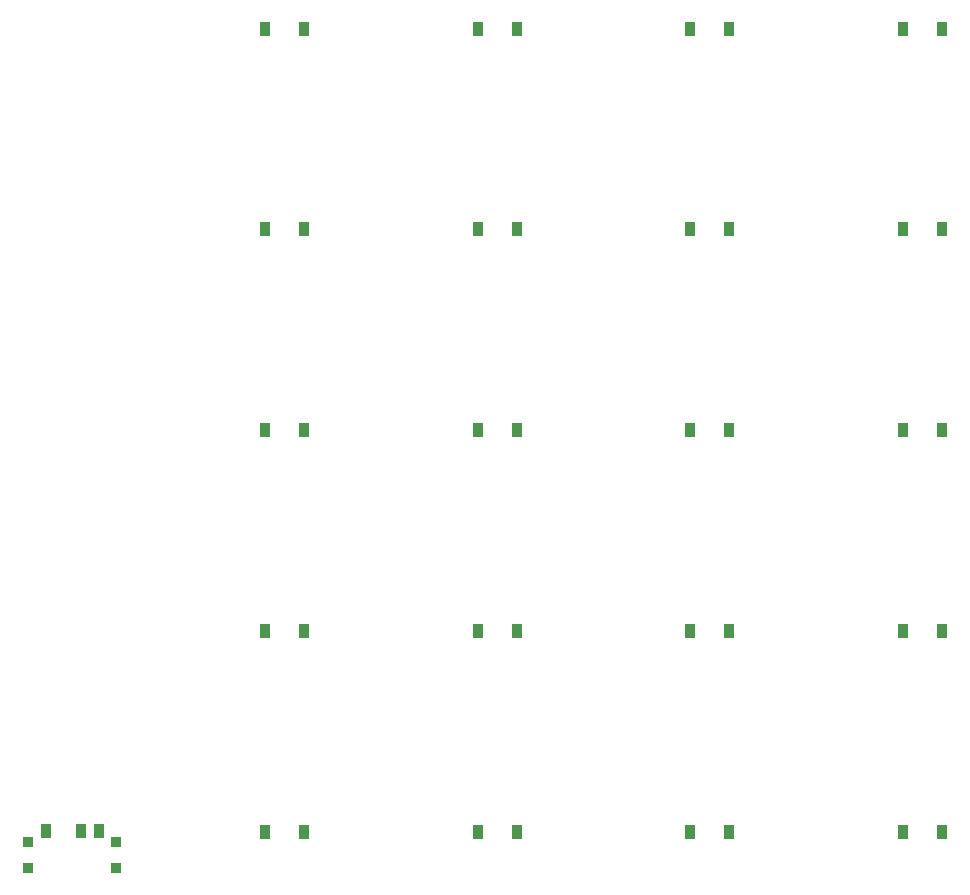
<source format=gbr>
%TF.GenerationSoftware,KiCad,Pcbnew,(6.0.4)*%
%TF.CreationDate,2022-07-18T01:28:08-04:00*%
%TF.ProjectId,lisa,6c697361-2e6b-4696-9361-645f70636258,v1.0.0*%
%TF.SameCoordinates,Original*%
%TF.FileFunction,Paste,Top*%
%TF.FilePolarity,Positive*%
%FSLAX46Y46*%
G04 Gerber Fmt 4.6, Leading zero omitted, Abs format (unit mm)*
G04 Created by KiCad (PCBNEW (6.0.4)) date 2022-07-18 01:28:08*
%MOMM*%
%LPD*%
G01*
G04 APERTURE LIST*
%ADD10R,0.900000X1.200000*%
%ADD11R,0.900000X1.250000*%
%ADD12R,0.900000X0.900000*%
G04 APERTURE END LIST*
D10*
%TO.C,D1*%
X-1650000Y-4500000D03*
X1650000Y-4500000D03*
%TD*%
%TO.C,D2*%
X-1650000Y12500000D03*
X1650000Y12500000D03*
%TD*%
%TO.C,D3*%
X-1650000Y29500000D03*
X1650000Y29500000D03*
%TD*%
%TO.C,D4*%
X-1650000Y46500000D03*
X1650000Y46500000D03*
%TD*%
%TO.C,D5*%
X-1650000Y63500000D03*
X1650000Y63500000D03*
%TD*%
%TO.C,D6*%
X16350000Y-4500000D03*
X19650000Y-4500000D03*
%TD*%
%TO.C,D7*%
X16350000Y12500000D03*
X19650000Y12500000D03*
%TD*%
%TO.C,D8*%
X16350000Y29500000D03*
X19650000Y29500000D03*
%TD*%
%TO.C,D9*%
X16350000Y46500000D03*
X19650000Y46500000D03*
%TD*%
%TO.C,D10*%
X16350000Y63500000D03*
X19650000Y63500000D03*
%TD*%
%TO.C,D11*%
X34350000Y-4500000D03*
X37650000Y-4500000D03*
%TD*%
%TO.C,D12*%
X34350000Y12500000D03*
X37650000Y12500000D03*
%TD*%
%TO.C,D13*%
X34350000Y29500000D03*
X37650000Y29500000D03*
%TD*%
%TO.C,D14*%
X34350000Y46500000D03*
X37650000Y46500000D03*
%TD*%
%TO.C,D15*%
X34350000Y63500000D03*
X37650000Y63500000D03*
%TD*%
%TO.C,D16*%
X52350000Y-4500000D03*
X55650000Y-4500000D03*
%TD*%
%TO.C,D17*%
X52350000Y12500000D03*
X55650000Y12500000D03*
%TD*%
%TO.C,D18*%
X52350000Y29500000D03*
X55650000Y29500000D03*
%TD*%
%TO.C,D19*%
X52350000Y46500000D03*
X55650000Y46500000D03*
%TD*%
%TO.C,D20*%
X52350000Y63500000D03*
X55650000Y63500000D03*
%TD*%
D11*
%TO.C,T1*%
X-20250000Y-4425000D03*
X-17250000Y-4425000D03*
X-15750000Y-4425000D03*
D12*
X-21700000Y-7600000D03*
X-21700000Y-5400000D03*
X-14300000Y-5400000D03*
X-14300000Y-7600000D03*
%TD*%
M02*

</source>
